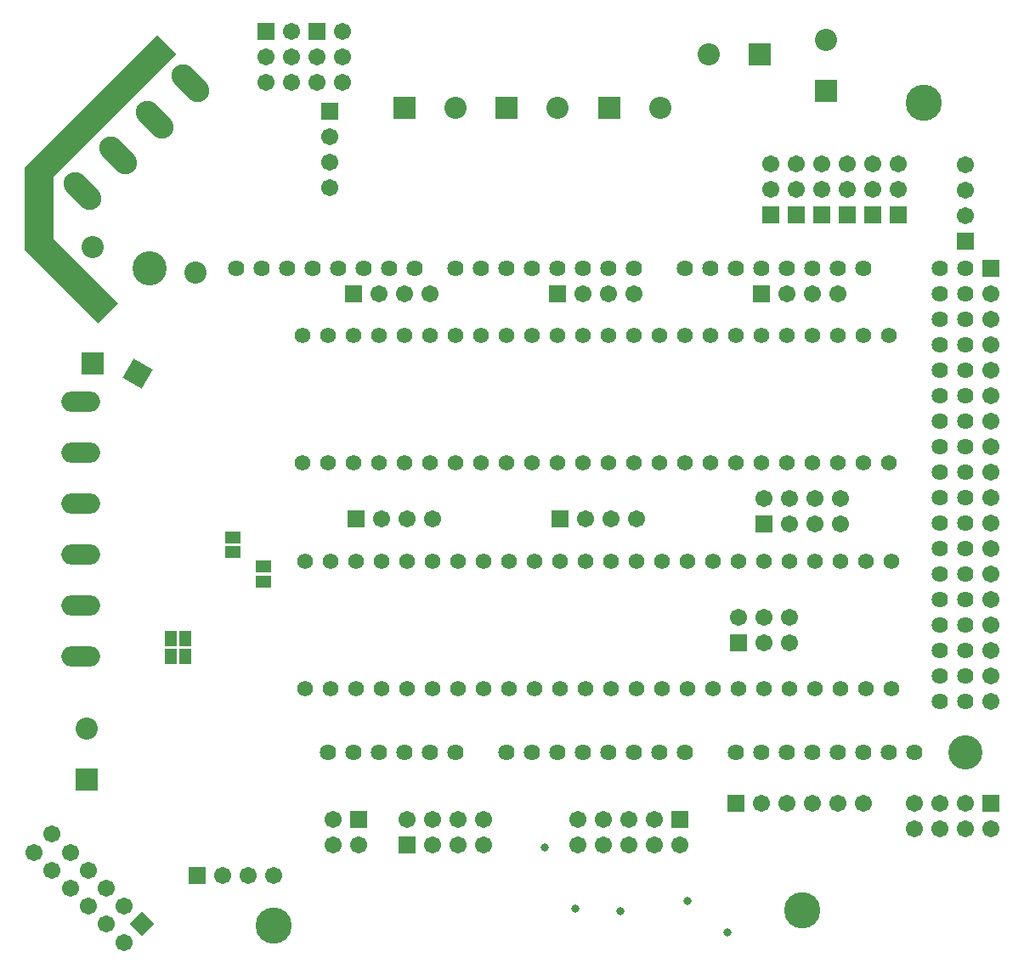
<source format=gbs>
%FSTAX23Y23*%
%MOMM*%
%SFA1B1*%

%IPPOS*%
%AMD124*
4,1,4,1.551940,0.071120,0.071120,1.551940,-1.551940,-0.071120,-0.071120,-1.551940,1.551940,0.071120,0.0*
1,1,2.298700,-0.739140,0.739140*
1,1,2.298700,0.739140,-0.739140*
%
%AMD127*
4,1,4,-1.501140,-0.401320,0.401320,-1.501140,1.501140,0.401320,-0.401320,1.501140,-1.501140,-0.401320,0.0*
%
%AMD131*
4,1,4,0.000000,-1.203960,1.203960,0.000000,0.000000,1.203960,-1.203960,0.000000,0.000000,-1.203960,0.0*
%
%AMD133*
4,1,4,5.659120,7.564120,-7.564120,-5.659120,-5.659120,-7.564120,7.564120,5.659120,5.659120,7.564120,0.0*
%
%AMD134*
4,1,4,-2.689860,4.640580,-4.640580,2.689860,2.689860,-4.640580,4.640580,-2.689860,-2.689860,4.640580,0.0*
%
%ADD99R,1.303274X1.603248*%
%ADD103R,2.203196X2.203196*%
%ADD104R,2.203196X2.203196*%
%ADD106R,1.603248X1.303274*%
%ADD120C,3.603244*%
%ADD121C,2.203196*%
%ADD122R,1.703324X1.703324*%
%ADD123C,1.703324*%
G04~CAMADD=124~3~0.0~0.0~1730.0~905.0~0.0~0.0~0~0.0~0.0~0.0~0.0~0~0.0~0.0~0.0~0.0~0~0.0~0.0~0.0~315.0~1486.0~1486.0*
%ADD124D124*%
%ADD125R,1.703324X1.703324*%
%ADD126O,3.860800X2.032000*%
G04~CAMADD=127~10~0.0~867.4~0.0~0.0~0.0~0.0~0~0.0~0.0~0.0~0.0~0~0.0~0.0~0.0~0.0~0~0.0~0.0~0.0~150.0~867.4~0.0*
%ADD127D127*%
%ADD128C,3.403600*%
%ADD129C,1.625600*%
%ADD130C,1.574800*%
G04~CAMADD=131~10~0.0~670.5~0.0~0.0~0.0~0.0~0~0.0~0.0~0.0~0.0~0~0.0~0.0~0.0~0.0~0~0.0~0.0~0.0~225.0~670.5~0.0*
%ADD131D131*%
%ADD132C,0.803148*%
G04~CAMADD=133~9~0.0~0.0~7362.3~1060.7~0.0~0.0~0~0.0~0.0~0.0~0.0~0~0.0~0.0~0.0~0.0~0~0.0~0.0~0.0~45.0~5956.0~5955.0*
%ADD133D133*%
G04~CAMADD=134~9~0.0~0.0~1086.7~4083.5~0.0~0.0~0~0.0~0.0~0.0~0.0~0~0.0~0.0~0.0~0.0~0~0.0~0.0~0.0~45.0~3654.0~3653.0*
%ADD134D134*%
%ADD135R,2.921000X8.128000*%
%LNramps_tmc-1*%
%LPD*%
G54D99*
X16521Y32892D03*
X18022D03*
X16521Y31114D03*
X18022D03*
G54D103*
X75251Y91195D03*
X4997Y85842D03*
X3981D03*
X60257D03*
G54D104*
X81797Y87562D03*
X08762Y60342D03*
X08137Y18855D03*
G54D106*
X22732Y43041D03*
Y4154D03*
X2578Y38619D03*
Y4012D03*
G54D120*
X26796Y04317D03*
X91566Y86359D03*
X79501Y05841D03*
G54D121*
X81797Y92642D03*
X70171Y91195D03*
X5505Y85842D03*
X4489D03*
X65337D03*
X08762Y71991D03*
X19041Y69433D03*
X08137Y23935D03*
G54D122*
X26034Y93471D03*
X31114D03*
X76315Y75197D03*
X78855D03*
X81395D03*
X83935D03*
X86475D03*
X89015D03*
X98297Y69849D03*
X95757Y72516D03*
X32384Y8547D03*
G54D123*
X28574Y93471D03*
X26034Y90931D03*
X28574D03*
X26034Y88391D03*
X28574D03*
X33654Y93471D03*
X31114Y90931D03*
X33654D03*
X31114Y88391D03*
X33654D03*
X76315Y77737D03*
Y80277D03*
X78855Y77737D03*
Y80277D03*
X81395Y77737D03*
Y80277D03*
X83935Y77737D03*
Y80277D03*
X86475Y77737D03*
Y80277D03*
X89015Y77737D03*
Y80277D03*
X75437Y16509D03*
X77977D03*
X80517D03*
X83057D03*
X85597D03*
X90677Y13969D03*
Y16509D03*
X93217Y13969D03*
Y16509D03*
X95757Y13969D03*
Y16509D03*
X98297Y13969D03*
Y26669D03*
Y29209D03*
Y31749D03*
Y34289D03*
Y36829D03*
Y39369D03*
Y41909D03*
Y44449D03*
Y46989D03*
Y49529D03*
Y52069D03*
Y54609D03*
Y57149D03*
Y59689D03*
Y62229D03*
Y64769D03*
Y67309D03*
X83057D03*
X80517D03*
X77977D03*
X62737D03*
X60197D03*
X57657D03*
X42417D03*
X39877D03*
X37337D03*
X62991Y4483D03*
X60451D03*
X57911D03*
X42671D03*
X40131D03*
X37591D03*
X73151Y35051D03*
X75691Y32511D03*
Y35051D03*
X78231Y32511D03*
Y35051D03*
X83311Y46862D03*
Y44322D03*
X80771Y46862D03*
Y44322D03*
X78231Y46862D03*
Y44322D03*
X75691Y46862D03*
X95757Y80136D03*
Y77596D03*
Y75056D03*
X57149Y12318D03*
Y14858D03*
X59689Y12318D03*
Y14858D03*
X62229Y12318D03*
Y14858D03*
X64769Y12318D03*
Y14858D03*
X67309Y12318D03*
X47751Y14858D03*
Y12318D03*
X45211Y14858D03*
Y12318D03*
X42671Y14858D03*
Y12318D03*
X40131Y14858D03*
X32765Y12318D03*
Y14858D03*
X35305Y12318D03*
X32384Y8293D03*
Y8039D03*
Y7785D03*
X21716Y0927D03*
X24256D03*
X26796D03*
X11919Y02648D03*
Y06241D03*
X10123Y04444D03*
Y08037D03*
X08327Y06241D03*
Y09833D03*
X06531Y08037D03*
Y11629D03*
X04735Y09833D03*
Y13425D03*
X02939Y11629D03*
G54D124*
X07728Y77506D03*
X11321Y81098D03*
X14913Y8469D03*
X18505Y88283D03*
G54D125*
X72897Y16509D03*
X98297D03*
X75437Y67309D03*
X55117D03*
X34797D03*
X55371Y4483D03*
X35051D03*
X73151Y32511D03*
X75691Y44322D03*
X67309Y14858D03*
X40131Y12318D03*
X35305Y14858D03*
X19176Y0927D03*
G54D126*
X07619Y31114D03*
Y36194D03*
Y41274D03*
Y46354D03*
Y51434D03*
Y56514D03*
G54D127*
X13216Y59344D03*
G54D128*
X14477Y69849D03*
X95757Y21589D03*
G54D129*
X44957Y21589D03*
X60197Y69849D03*
X62737D03*
X32257Y21589D03*
X95757Y26669D03*
X93217D03*
X25653Y69849D03*
X42417Y21589D03*
X39877D03*
X95757Y29209D03*
X93217D03*
X95757Y31749D03*
X93217D03*
X95757Y34289D03*
X93217D03*
X95757Y36829D03*
X93217D03*
X95757Y39369D03*
X93217D03*
X95757Y41909D03*
X93217D03*
X95757Y44449D03*
X93217D03*
X95757Y46989D03*
X93217D03*
X95757Y49529D03*
X93217D03*
X95757Y52069D03*
X93217D03*
X95757Y54609D03*
X93217D03*
X95757Y57149D03*
X93217D03*
X95757Y59689D03*
X93217D03*
X95757Y62229D03*
X93217D03*
X95757Y64769D03*
X93217D03*
X95757Y67309D03*
X93217D03*
X85597Y69849D03*
X83057D03*
X80517D03*
X77977D03*
X75437D03*
X72897D03*
X70357D03*
X67817D03*
X28193D03*
X30733D03*
X33273D03*
X35813D03*
X38353D03*
X40893D03*
X44957D03*
X47497D03*
X50037D03*
X52577D03*
X55117D03*
X57657D03*
X23113D03*
X90677Y21589D03*
X88137D03*
X85597D03*
X83057D03*
X80517D03*
X77977D03*
X75437D03*
X72897D03*
X67817D03*
X65277D03*
X62737D03*
X60197D03*
X57657D03*
X55117D03*
X52577D03*
X50037D03*
X95757Y69849D03*
X93217D03*
X37337Y21589D03*
X34797D03*
G54D130*
X70611Y40639D03*
X85851D03*
Y27939D03*
X83311D03*
X80771D03*
X78231D03*
X75691D03*
X73151D03*
Y40639D03*
X88391D03*
X70611Y27939D03*
X88391D03*
X75691Y40639D03*
X78231D03*
X83311D03*
X80771D03*
X50291D03*
X65531D03*
Y27939D03*
X62991D03*
X60451D03*
X57911D03*
X55371D03*
X52831D03*
Y40639D03*
X68071D03*
X50291Y27939D03*
X68071D03*
X55371Y40639D03*
X57911D03*
X62991D03*
X60451D03*
X70357Y63118D03*
X85597D03*
Y50418D03*
X83057D03*
X80517D03*
X77977D03*
X75437D03*
X72897D03*
Y63118D03*
X88137D03*
X70357Y50418D03*
X88137D03*
X75437Y63118D03*
X77977D03*
X83057D03*
X80517D03*
X29717D03*
X44957D03*
Y50418D03*
X42417D03*
X39877D03*
X37337D03*
X34797D03*
X32257D03*
Y63118D03*
X47497D03*
X29717Y50418D03*
X47497D03*
X34797Y63118D03*
X37337D03*
X42417D03*
X39877D03*
X50037D03*
X65277D03*
Y50418D03*
X62737D03*
X60197D03*
X57657D03*
X55117D03*
X52577D03*
Y63118D03*
X67817D03*
X50037Y50418D03*
X67817D03*
X55117Y63118D03*
X57657D03*
X62737D03*
X60197D03*
X29971Y40639D03*
X45211D03*
Y27939D03*
X42671D03*
X40131D03*
X37591D03*
X35051D03*
X32511D03*
Y40639D03*
X47751D03*
X29971Y27939D03*
X47751D03*
X35051Y40639D03*
X37591D03*
X42671D03*
X40131D03*
G54D131*
X13715Y04444D03*
G54D132*
X72008Y03644D03*
X6134Y05714D03*
X68071Y0673D03*
X5683Y05968D03*
X53847Y12064D03*
G54D133*
X09532Y85478D03*
G54D134*
X06611Y69D03*
G54D135*
X03428Y75755D03*
M02*
</source>
